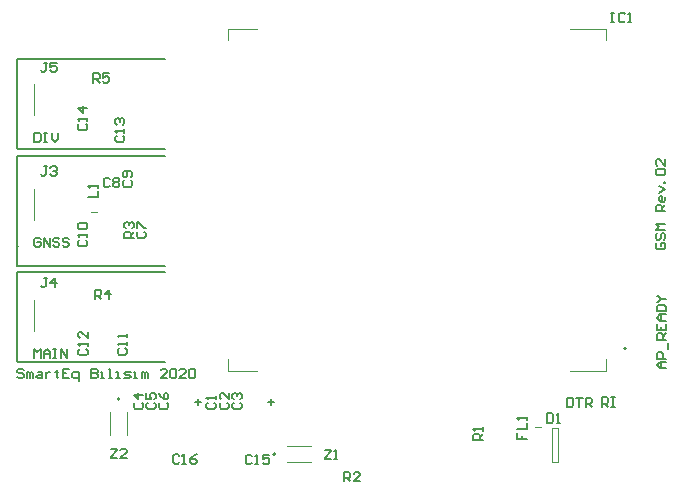
<source format=gto>
G04*
G04 #@! TF.GenerationSoftware,Altium Limited,Altium Designer,20.0.13 (296)*
G04*
G04 Layer_Color=65535*
%FSLAX25Y25*%
%MOIN*%
G70*
G01*
G75*
%ADD10C,0.00394*%
%ADD11C,0.00787*%
%ADD12C,0.00591*%
%ADD13C,0.00500*%
%ADD14C,0.00000*%
D10*
X161102Y24528D02*
G03*
X161102Y24921I0J197D01*
G01*
D02*
G03*
X161102Y24528I0J-197D01*
G01*
X181890Y20039D02*
X183858D01*
Y8543D02*
Y20039D01*
X181890Y8543D02*
X183858D01*
X181890D02*
Y20039D01*
X176181Y20295D02*
X178150D01*
X28150Y91929D02*
X30118D01*
X9134Y52164D02*
Y62400D01*
Y89211D02*
Y99447D01*
X9056Y124172D02*
Y134408D01*
X199705Y38858D02*
Y42795D01*
X187894Y38858D02*
X199705D01*
X73721D02*
X83366D01*
X73721D02*
Y42795D01*
Y153032D02*
X83366D01*
X73721Y149094D02*
Y153032D01*
X199705Y149094D02*
Y153032D01*
X187894D02*
X199705D01*
X93583Y13937D02*
X101457D01*
X93583Y8425D02*
X101457D01*
X40118Y17402D02*
Y25276D01*
X34606Y17402D02*
Y25276D01*
D11*
X206201Y45945D02*
G03*
X206201Y46732I0J394D01*
G01*
D02*
G03*
X206201Y45945I0J-394D01*
G01*
X88858Y11181D02*
G03*
X89646Y11181I394J0D01*
G01*
D02*
G03*
X88858Y11181I-394J0D01*
G01*
X37362Y30000D02*
G03*
X37362Y29213I0J-394D01*
G01*
D02*
G03*
X37362Y30000I0J394D01*
G01*
D12*
X63936Y29672D02*
X63944Y27684D01*
X62953Y28661D02*
X64941Y28669D01*
X88031Y29672D02*
X88038Y27684D01*
X87047Y28661D02*
X89035Y28669D01*
D13*
X3543Y142874D02*
X52835D01*
X3858Y112913D02*
X52835D01*
X3543Y113228D02*
Y142874D01*
Y113228D02*
X3858Y112913D01*
X3543Y73898D02*
Y80669D01*
Y110394D02*
X52953D01*
X3543Y73898D02*
X52953D01*
X3543Y80669D02*
Y110394D01*
Y42087D02*
X3858Y41772D01*
X3543Y42087D02*
Y71732D01*
X3858Y41772D02*
X52913D01*
X3543Y71732D02*
X52913D01*
X9279Y43098D02*
Y46247D01*
X10329Y45197D01*
X11379Y46247D01*
Y43098D01*
X12428D02*
Y45197D01*
X13478Y46247D01*
X14527Y45197D01*
Y43098D01*
Y44673D01*
X12428D01*
X15577Y46247D02*
X16626D01*
X16102D01*
Y43098D01*
X15577D01*
X16626D01*
X18201D02*
Y46247D01*
X20300Y43098D01*
Y46247D01*
X5709Y39134D02*
X5184Y39659D01*
X4135D01*
X3610Y39134D01*
Y38609D01*
X4135Y38085D01*
X5184D01*
X5709Y37560D01*
Y37035D01*
X5184Y36510D01*
X4135D01*
X3610Y37035D01*
X6759Y36510D02*
Y38609D01*
X7284D01*
X7808Y38085D01*
Y36510D01*
Y38085D01*
X8333Y38609D01*
X8858Y38085D01*
Y36510D01*
X10432Y38609D02*
X11482D01*
X12007Y38085D01*
Y36510D01*
X10432D01*
X9907Y37035D01*
X10432Y37560D01*
X12007D01*
X13056Y38609D02*
Y36510D01*
Y37560D01*
X13581Y38085D01*
X14106Y38609D01*
X14630D01*
X16729Y39134D02*
Y38609D01*
X16205D01*
X17254D01*
X16729D01*
Y37035D01*
X17254Y36510D01*
X20928Y39659D02*
X18828D01*
Y36510D01*
X20928D01*
X18828Y38085D02*
X19878D01*
X24076Y35461D02*
Y38609D01*
X22502D01*
X21977Y38085D01*
Y37035D01*
X22502Y36510D01*
X24076D01*
X28274Y39659D02*
Y36510D01*
X29849D01*
X30373Y37035D01*
Y37560D01*
X29849Y38085D01*
X28274D01*
X29849D01*
X30373Y38609D01*
Y39134D01*
X29849Y39659D01*
X28274D01*
X31423Y36510D02*
X32472D01*
X31948D01*
Y38609D01*
X31423D01*
X34047Y36510D02*
X35096D01*
X34571D01*
Y39659D01*
X34047D01*
X36670Y36510D02*
X37720D01*
X37195D01*
Y38609D01*
X36670D01*
X39294Y36510D02*
X40869D01*
X41393Y37035D01*
X40869Y37560D01*
X39819D01*
X39294Y38085D01*
X39819Y38609D01*
X41393D01*
X42443Y36510D02*
X43492D01*
X42968D01*
Y38609D01*
X42443D01*
X45067Y36510D02*
Y38609D01*
X45592D01*
X46116Y38085D01*
Y36510D01*
Y38085D01*
X46641Y38609D01*
X47166Y38085D01*
Y36510D01*
X53463D02*
X51364D01*
X53463Y38609D01*
Y39134D01*
X52938Y39659D01*
X51889D01*
X51364Y39134D01*
X54513D02*
X55037Y39659D01*
X56087D01*
X56612Y39134D01*
Y37035D01*
X56087Y36510D01*
X55037D01*
X54513Y37035D01*
Y39134D01*
X59760Y36510D02*
X57661D01*
X59760Y38609D01*
Y39134D01*
X59235Y39659D01*
X58186D01*
X57661Y39134D01*
X60810D02*
X61334Y39659D01*
X62384D01*
X62909Y39134D01*
Y37035D01*
X62384Y36510D01*
X61334D01*
X60810Y37035D01*
Y39134D01*
X11379Y82848D02*
X10854Y83373D01*
X9804D01*
X9279Y82848D01*
Y80749D01*
X9804Y80224D01*
X10854D01*
X11379Y80749D01*
Y81799D01*
X10329D01*
X12428Y80224D02*
Y83373D01*
X14527Y80224D01*
Y83373D01*
X17676Y82848D02*
X17151Y83373D01*
X16102D01*
X15577Y82848D01*
Y82323D01*
X16102Y81799D01*
X17151D01*
X17676Y81274D01*
Y80749D01*
X17151Y80224D01*
X16102D01*
X15577Y80749D01*
X20824Y82848D02*
X20300Y83373D01*
X19250D01*
X18725Y82848D01*
Y82323D01*
X19250Y81799D01*
X20300D01*
X20824Y81274D01*
Y80749D01*
X20300Y80224D01*
X19250D01*
X18725Y80749D01*
X9279Y118334D02*
Y115185D01*
X10854D01*
X11379Y115710D01*
Y117809D01*
X10854Y118334D01*
X9279D01*
X12428D02*
X13478D01*
X12953D01*
Y115185D01*
X12428D01*
X13478D01*
X15052Y118334D02*
Y116235D01*
X16102Y115185D01*
X17151Y116235D01*
Y118334D01*
X216994Y81575D02*
X216470Y81051D01*
Y80001D01*
X216994Y79476D01*
X219093D01*
X219618Y80001D01*
Y81051D01*
X219093Y81575D01*
X218044D01*
Y80526D01*
X216994Y84724D02*
X216470Y84199D01*
Y83150D01*
X216994Y82625D01*
X217519D01*
X218044Y83150D01*
Y84199D01*
X218569Y84724D01*
X219093D01*
X219618Y84199D01*
Y83150D01*
X219093Y82625D01*
X219618Y85774D02*
X216470D01*
X217519Y86823D01*
X216470Y87873D01*
X219618D01*
Y92071D02*
X216470D01*
Y93645D01*
X216994Y94170D01*
X218044D01*
X218569Y93645D01*
Y92071D01*
Y93120D02*
X219618Y94170D01*
Y96794D02*
Y95744D01*
X219093Y95219D01*
X218044D01*
X217519Y95744D01*
Y96794D01*
X218044Y97318D01*
X218569D01*
Y95219D01*
X217519Y98368D02*
X219618Y99417D01*
X217519Y100467D01*
X219618Y101516D02*
X219093D01*
Y102041D01*
X219618D01*
Y101516D01*
X216994Y104140D02*
X216470Y104665D01*
Y105715D01*
X216994Y106239D01*
X219093D01*
X219618Y105715D01*
Y104665D01*
X219093Y104140D01*
X216994D01*
X219618Y109388D02*
Y107289D01*
X217519Y109388D01*
X216994D01*
X216470Y108863D01*
Y107814D01*
X216994Y107289D01*
X219881Y39870D02*
X217782D01*
X216732Y40920D01*
X217782Y41969D01*
X219881D01*
X218306D01*
Y39870D01*
X219881Y43019D02*
X216732D01*
Y44593D01*
X217257Y45118D01*
X218306D01*
X218831Y44593D01*
Y43019D01*
X220406Y46167D02*
Y48266D01*
X219881Y49316D02*
X216732D01*
Y50890D01*
X217257Y51415D01*
X218306D01*
X218831Y50890D01*
Y49316D01*
Y50365D02*
X219881Y51415D01*
X216732Y54563D02*
Y52464D01*
X219881D01*
Y54563D01*
X218306Y52464D02*
Y53514D01*
X219881Y55613D02*
X217782D01*
X216732Y56663D01*
X217782Y57712D01*
X219881D01*
X218306D01*
Y55613D01*
X216732Y58762D02*
X219881D01*
Y60336D01*
X219356Y60861D01*
X217257D01*
X216732Y60336D01*
Y58762D01*
Y61910D02*
X217257D01*
X218306Y62960D01*
X217257Y64009D01*
X216732D01*
X218306Y62960D02*
X219881D01*
X198531Y26957D02*
Y30105D01*
X200106D01*
X200631Y29581D01*
Y28531D01*
X200106Y28006D01*
X198531D01*
X199581D02*
X200631Y26957D01*
X201680Y30105D02*
X202730D01*
X202205D01*
Y26957D01*
X201680D01*
X202730D01*
X186799Y30027D02*
Y26878D01*
X188373D01*
X188898Y27403D01*
Y29502D01*
X188373Y30027D01*
X186799D01*
X189948D02*
X192047D01*
X190997D01*
Y26878D01*
X193096D02*
Y30027D01*
X194671D01*
X195195Y29502D01*
Y28452D01*
X194671Y27928D01*
X193096D01*
X194146D02*
X195195Y26878D01*
X112573Y2048D02*
Y5196D01*
X114147D01*
X114672Y4672D01*
Y3622D01*
X114147Y3097D01*
X112573D01*
X113623D02*
X114672Y2048D01*
X117821D02*
X115722D01*
X117821Y4147D01*
Y4672D01*
X117296Y5196D01*
X116246D01*
X115722Y4672D01*
X57612Y10538D02*
X57087Y11062D01*
X56038D01*
X55513Y10538D01*
Y8439D01*
X56038Y7914D01*
X57087D01*
X57612Y8439D01*
X58662Y7914D02*
X59711D01*
X59186D01*
Y11062D01*
X58662Y10538D01*
X63385Y11062D02*
X62335Y10538D01*
X61286Y9488D01*
Y8439D01*
X61810Y7914D01*
X62860D01*
X63385Y8439D01*
Y8963D01*
X62860Y9488D01*
X61286D01*
X81825Y10459D02*
X81300Y10984D01*
X80251D01*
X79726Y10459D01*
Y8360D01*
X80251Y7835D01*
X81300D01*
X81825Y8360D01*
X82874Y7835D02*
X83924D01*
X83399D01*
Y10984D01*
X82874Y10459D01*
X87597Y10984D02*
X85498D01*
Y9409D01*
X86548Y9934D01*
X87072D01*
X87597Y9409D01*
Y8360D01*
X87072Y7835D01*
X86023D01*
X85498Y8360D01*
X180224Y24724D02*
Y21575D01*
X181798D01*
X182323Y22100D01*
Y24199D01*
X181798Y24724D01*
X180224D01*
X183372Y21575D02*
X184422D01*
X183897D01*
Y24724D01*
X183372Y24199D01*
X34843Y12952D02*
X36942D01*
Y12427D01*
X34843Y10328D01*
Y9803D01*
X36942D01*
X40090D02*
X37991D01*
X40090Y11902D01*
Y12427D01*
X39565Y12952D01*
X38516D01*
X37991Y12427D01*
X106024Y12597D02*
X108123D01*
Y12073D01*
X106024Y9974D01*
Y9449D01*
X108123D01*
X109172D02*
X110222D01*
X109697D01*
Y12597D01*
X109172Y12073D01*
X28937Y135000D02*
Y138149D01*
X30511D01*
X31036Y137624D01*
Y136574D01*
X30511Y136049D01*
X28937D01*
X29987D02*
X31036Y135000D01*
X34185Y138149D02*
X32086D01*
Y136574D01*
X33135Y137099D01*
X33660D01*
X34185Y136574D01*
Y135525D01*
X33660Y135000D01*
X32610D01*
X32086Y135525D01*
X29567Y62874D02*
Y66023D01*
X31141D01*
X31666Y65498D01*
Y64448D01*
X31141Y63924D01*
X29567D01*
X30617D02*
X31666Y62874D01*
X34290D02*
Y66023D01*
X32715Y64448D01*
X34815D01*
X42480Y83264D02*
X39332D01*
Y84838D01*
X39856Y85363D01*
X40906D01*
X41431Y84838D01*
Y83264D01*
Y84314D02*
X42480Y85363D01*
X39856Y86413D02*
X39332Y86938D01*
Y87987D01*
X39856Y88512D01*
X40381D01*
X40906Y87987D01*
Y87462D01*
Y87987D01*
X41431Y88512D01*
X41956D01*
X42480Y87987D01*
Y86938D01*
X41956Y86413D01*
X158740Y15866D02*
X155592D01*
Y17440D01*
X156116Y17965D01*
X157166D01*
X157691Y17440D01*
Y15866D01*
Y16916D02*
X158740Y17965D01*
Y19015D02*
Y20064D01*
Y19539D01*
X155592D01*
X156116Y19015D01*
X27324Y96732D02*
X30472D01*
Y98831D01*
Y99881D02*
Y100930D01*
Y100406D01*
X27324D01*
X27849Y99881D01*
X13556Y141692D02*
X12506D01*
X13031D01*
Y139068D01*
X12506Y138543D01*
X11981D01*
X11457Y139068D01*
X16704Y141692D02*
X14605D01*
Y140118D01*
X15655Y140642D01*
X16180D01*
X16704Y140118D01*
Y139068D01*
X16180Y138543D01*
X15130D01*
X14605Y139068D01*
X13556Y69920D02*
X12506D01*
X13031D01*
Y67296D01*
X12506Y66772D01*
X11981D01*
X11457Y67296D01*
X16180Y66772D02*
Y69920D01*
X14605Y68346D01*
X16704D01*
X13556Y107046D02*
X12506D01*
X13031D01*
Y104422D01*
X12506Y103898D01*
X11981D01*
X11457Y104422D01*
X14605Y106521D02*
X15130Y107046D01*
X16180D01*
X16704Y106521D01*
Y105997D01*
X16180Y105472D01*
X15655D01*
X16180D01*
X16704Y104947D01*
Y104422D01*
X16180Y103898D01*
X15130D01*
X14605Y104422D01*
X201496Y158306D02*
X202546D01*
X202021D01*
Y155157D01*
X201496D01*
X202546D01*
X206219Y157781D02*
X205694Y158306D01*
X204645D01*
X204120Y157781D01*
Y155682D01*
X204645Y155157D01*
X205694D01*
X206219Y155682D01*
X207269Y155157D02*
X208318D01*
X207793D01*
Y158306D01*
X207269Y157781D01*
X170355Y18359D02*
Y16260D01*
X171930D01*
Y17309D01*
Y16260D01*
X173504D01*
X170355Y19408D02*
X173504D01*
Y21508D01*
Y22557D02*
Y23607D01*
Y23082D01*
X170355D01*
X170880Y22557D01*
X24345Y121272D02*
X23820Y120747D01*
Y119698D01*
X24345Y119173D01*
X26444D01*
X26969Y119698D01*
Y120747D01*
X26444Y121272D01*
X26969Y122322D02*
Y123371D01*
Y122847D01*
X23820D01*
X24345Y122322D01*
X26969Y126520D02*
X23820D01*
X25394Y124946D01*
Y127045D01*
X36707Y117296D02*
X36182Y116771D01*
Y115722D01*
X36707Y115197D01*
X38806D01*
X39331Y115722D01*
Y116771D01*
X38806Y117296D01*
X39331Y118345D02*
Y119395D01*
Y118870D01*
X36182D01*
X36707Y118345D01*
Y120969D02*
X36182Y121494D01*
Y122544D01*
X36707Y123068D01*
X37232D01*
X37756Y122544D01*
Y122019D01*
Y122544D01*
X38281Y123068D01*
X38806D01*
X39331Y122544D01*
Y121494D01*
X38806Y120969D01*
X24423Y46194D02*
X23899Y45669D01*
Y44619D01*
X24423Y44094D01*
X26522D01*
X27047Y44619D01*
Y45669D01*
X26522Y46194D01*
X27047Y47243D02*
Y48293D01*
Y47768D01*
X23899D01*
X24423Y47243D01*
X27047Y51966D02*
Y49867D01*
X24948Y51966D01*
X24423D01*
X23899Y51441D01*
Y50392D01*
X24423Y49867D01*
X37573Y46469D02*
X37048Y45944D01*
Y44895D01*
X37573Y44370D01*
X39672D01*
X40197Y44895D01*
Y45944D01*
X39672Y46469D01*
X40197Y47519D02*
Y48568D01*
Y48043D01*
X37048D01*
X37573Y47519D01*
X40197Y50143D02*
Y51192D01*
Y50667D01*
X37048D01*
X37573Y50143D01*
X24345Y82493D02*
X23820Y81968D01*
Y80919D01*
X24345Y80394D01*
X26444D01*
X26969Y80919D01*
Y81968D01*
X26444Y82493D01*
X26969Y83542D02*
Y84592D01*
Y84067D01*
X23820D01*
X24345Y83542D01*
Y86166D02*
X23820Y86691D01*
Y87740D01*
X24345Y88265D01*
X26444D01*
X26969Y87740D01*
Y86691D01*
X26444Y86166D01*
X24345D01*
X39305Y102413D02*
X38781Y101888D01*
Y100839D01*
X39305Y100314D01*
X41404D01*
X41929Y100839D01*
Y101888D01*
X41404Y102413D01*
Y103463D02*
X41929Y103987D01*
Y105037D01*
X41404Y105562D01*
X39305D01*
X38781Y105037D01*
Y103987D01*
X39305Y103463D01*
X39830D01*
X40355Y103987D01*
Y105562D01*
X34540Y102781D02*
X34015Y103306D01*
X32966D01*
X32441Y102781D01*
Y100682D01*
X32966Y100157D01*
X34015D01*
X34540Y100682D01*
X35590Y102781D02*
X36114Y103306D01*
X37164D01*
X37689Y102781D01*
Y102257D01*
X37164Y101732D01*
X37689Y101207D01*
Y100682D01*
X37164Y100157D01*
X36114D01*
X35590Y100682D01*
Y101207D01*
X36114Y101732D01*
X35590Y102257D01*
Y102781D01*
X36114Y101732D02*
X37164D01*
X43912Y85327D02*
X43387Y84803D01*
Y83753D01*
X43912Y83228D01*
X46011D01*
X46535Y83753D01*
Y84803D01*
X46011Y85327D01*
X43387Y86377D02*
Y88476D01*
X43912D01*
X46011Y86377D01*
X46535D01*
X51353Y28359D02*
X50828Y27834D01*
Y26785D01*
X51353Y26260D01*
X53452D01*
X53976Y26785D01*
Y27834D01*
X53452Y28359D01*
X50828Y31508D02*
X51353Y30458D01*
X52402Y29408D01*
X53452D01*
X53976Y29933D01*
Y30983D01*
X53452Y31508D01*
X52927D01*
X52402Y30983D01*
Y29408D01*
X47179Y28359D02*
X46655Y27834D01*
Y26785D01*
X47179Y26260D01*
X49278D01*
X49803Y26785D01*
Y27834D01*
X49278Y28359D01*
X46655Y31508D02*
Y29408D01*
X48229D01*
X47704Y30458D01*
Y30983D01*
X48229Y31508D01*
X49278D01*
X49803Y30983D01*
Y29933D01*
X49278Y29408D01*
X42927Y28359D02*
X42403Y27834D01*
Y26785D01*
X42927Y26260D01*
X45026D01*
X45551Y26785D01*
Y27834D01*
X45026Y28359D01*
X45551Y30983D02*
X42403D01*
X43977Y29408D01*
Y31508D01*
X75841Y28359D02*
X75316Y27834D01*
Y26785D01*
X75841Y26260D01*
X77940D01*
X78465Y26785D01*
Y27834D01*
X77940Y28359D01*
X75841Y29408D02*
X75316Y29933D01*
Y30983D01*
X75841Y31508D01*
X76366D01*
X76890Y30983D01*
Y30458D01*
Y30983D01*
X77415Y31508D01*
X77940D01*
X78465Y30983D01*
Y29933D01*
X77940Y29408D01*
X71589Y28359D02*
X71064Y27834D01*
Y26785D01*
X71589Y26260D01*
X73688D01*
X74213Y26785D01*
Y27834D01*
X73688Y28359D01*
X74213Y31508D02*
Y29408D01*
X72114Y31508D01*
X71589D01*
X71064Y30983D01*
Y29933D01*
X71589Y29408D01*
X67140Y28359D02*
X66615Y27834D01*
Y26785D01*
X67140Y26260D01*
X69239D01*
X69764Y26785D01*
Y27834D01*
X69239Y28359D01*
X69764Y29408D02*
Y30458D01*
Y29933D01*
X66615D01*
X67140Y29408D01*
D14*
X3543Y113228D02*
X3701Y113071D01*
X3543Y80669D02*
X3701Y80512D01*
X3543Y42087D02*
X3701Y41929D01*
M02*

</source>
